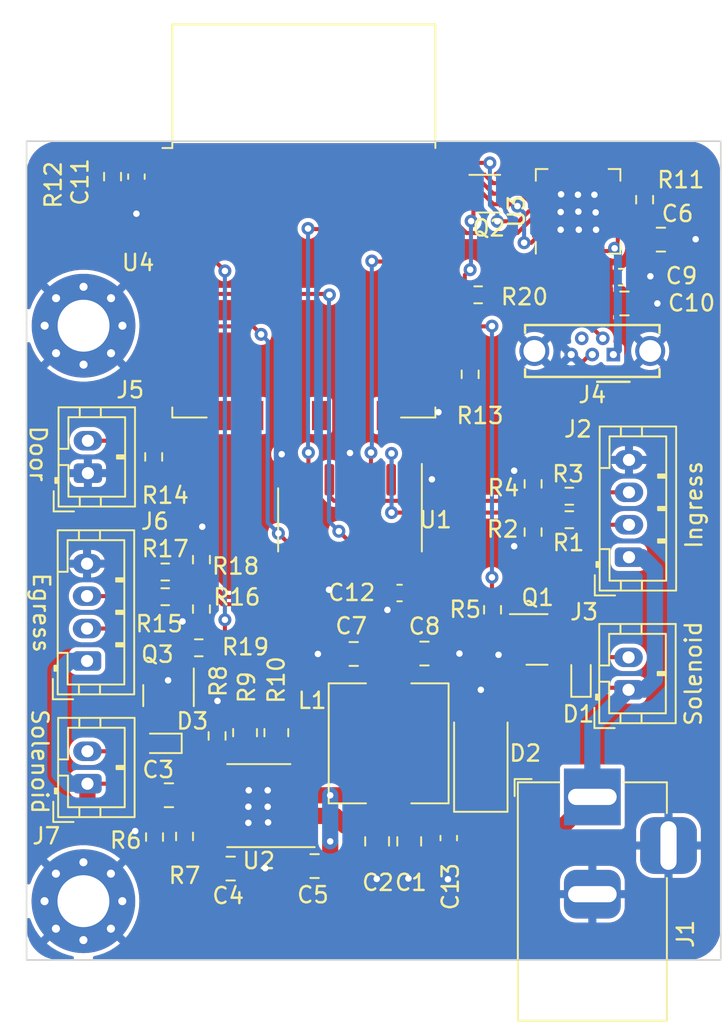
<source format=kicad_pcb>
(kicad_pcb (version 20230913) (generator pcbnew)
  (layers (0 "F.Cu" signal) (31 "B.Cu" signal) (34 "B.Paste" user) (35 "F.Paste" user) (36 "B.SilkS" user "B.Silkscreen") (37 "F.SilkS" user "F.Silkscreen") (38 "B.Mask" user) (39 "F.Mask" user) (44 "Edge.Cuts" user))
  (net 0 "")
  (net 1 "+12V")
  (net 2 "GND")
  (net 3 "Net-(U2-COMP)")
  (net 4 "Net-(C3-Pad2)")
  (net 5 "Net-(U2-SS)")
  (net 6 "Net-(U2-BS)")
  (net 7 "Net-(D2-K)")
  (net 8 "Net-(J4-VBUS)")
  (net 9 "+3V3")
  (net 10 "/RESET")
  (net 11 "Net-(D1-A)")
  (net 12 "Net-(J2-Pin_2)")
  (net 13 "Net-(J2-Pin_3)")
  (net 14 "Net-(J4-D-)")
  (net 15 "Net-(J4-D+)")
  (net 17 "Net-(Q1-G)")
  (net 18 "/RTS")
  (net 19 "/DTR")
  (net 20 "/GPIO0")
  (net 21 "Net-(R1-Pad2)")
  (net 22 "Net-(R3-Pad2)")
  (net 23 "Net-(D3-A)")
  (net 24 "Net-(U2-EN)")
  (net 25 "Net-(U2-FB)")
  (net 26 "Net-(U4-GPIO15)")
  (net 27 "Net-(J6-Pin_2)")
  (net 28 "Net-(J6-Pin_3)")
  (net 29 "Net-(Q3-G)")
  (net 30 "/DOOR_LATCH1")
  (net 31 "Net-(R15-Pad2)")
  (net 32 "Net-(R17-Pad2)")
  (net 33 "/DOOR_LATCH2")
  (net 34 "/DATA1_0")
  (net 50 "/RXD")
  (net 51 "/TXD")
  (net 54 "Net-(J5-Pin_2)")
  (net 61 "/DATA0_0")
  (net 62 "/DATA0_1")
  (net 63 "/DATA1_1")
  (net 64 "Net-(U3-~{RST})")
  (footprint "Capacitor_SMD:C_0603_1608Metric" (layer "F.Cu") (at 133.1976 118.8212 -90)
    (property "Reference" "C13")
    (property "Value" "0.1uF")
  )
  (footprint "Diode_SMD:D_SOD-523" (layer "F.Cu") (at 115.4542 112.9792 180)
    (property "Reference" "D3")
    (property "Value" "1N4148W")
  )
  (footprint "Resistor_SMD:R_0603_1608Metric" (layer "F.Cu") (at 118.8974 112.522 -90)
    (property "Reference" "R8")
    (property "Value" "10k")
  )
  (footprint "Package_DFN_QFN:QFN-28-1EP_5x5mm_P0.5mm_EP3.35x3.35mm" (layer "F.Cu") (at 141.1819 80.1704 90)
    (property "Reference" "U3")
    (property "Value" "CP2102N-A01-GQFN28")
  )
  (footprint "Resistor_SMD:R_0603_1608Metric" (layer "F.Cu") (at 117.7676 107.0864)
    (property "Reference" "R19")
    (property "Value" "1k")
  )
  (footprint "Resistor_SMD:R_0603_1608Metric" (layer "F.Cu") (at 135.0142 85.3186)
    (property "Reference" "R20")
    (property "Value" "10k")
  )
  (footprint "Resistor_SMD:R_0603_1608Metric" (layer "F.Cu") (at 114.9858 95.313 90)
    (property "Reference" "R14")
    (property "Value" "1K")
  )
  (footprint "Package_SO:SOIC-14_3.9x8.7mm_P1.27mm" (layer "F.Cu") (at 127.1016 99.1982 -90)
    (property "Reference" "U1")
    (property "Value" "74LS125")
  )
  (footprint "Resistor_SMD:R_0805_2012Metric" (layer "F.Cu") (at 120.6246 112.3188 -90)
    (property "Reference" "R9")
    (property "Value" "30k1")
  )
  (footprint "Capacitor_SMD:C_0805_2012Metric" (layer "F.Cu") (at 119.73455 120.7008)
    (property "Reference" "C4")
    (property "Value" "0.47uF")
  )
  (footprint "Resistor_SMD:R_0603_1608Metric" (layer "F.Cu") (at 135.9012 104.742 90)
    (property "Reference" "R5")
    (property "Value" "1k")
  )
  (footprint "Connector_JST:JST_PH_B4B-PH-K_1x04_P2.00mm_Vertical" (layer "F.Cu") (at 110.871 107.8992 90)
    (property "Reference" "J6")
    (property "Value" "Egress")
  )
  (footprint "Capacitor_SMD:C_0805_2012Metric" (layer "F.Cu") (at 131.699 107.442)
    (property "Reference" "C8")
    (property "Value" "22uF")
  )
  (footprint "Diode_SMD:D_SOD-523" (layer "F.Cu") (at 141.3622 108.8502 90)
    (property "Reference" "D1")
    (property "Value" "1N4148W")
  )
  (footprint "Capacitor_SMD:C_0805_2012Metric" (layer "F.Cu") (at 130.75815 119.0244 -90)
    (property "Reference" "C1")
    (property "Value" "10uF")
  )
  (footprint "Resistor_SMD:R_0603_1608Metric" (layer "F.Cu") (at 134.5184 90.2208 -90)
    (property "Reference" "R13")
    (property "Value" "1K")
  )
  (footprint "Resistor_SMD:R_0603_1608Metric" (layer "F.Cu") (at 112.4458 78.0288 -90)
    (property "Reference" "R12")
    (property "Value" "10k")
  )
  (footprint "Capacitor_SMD:C_0603_1608Metric" (layer "F.Cu") (at 113.919 78.0288 -90)
    (property "Reference" "C11")
    (property "Value" "1uF")
  )
  (footprint "Capacitor_SMD:C_0805_2012Metric" (layer "F.Cu") (at 115.92455 116.1796 180)
    (property "Reference" "C3")
    (property "Value" "8.2nF")
  )
  (footprint "Capacitor_SMD:C_0805_2012Metric" (layer "F.Cu") (at 146.2938 81.915)
    (property "Reference" "C6")
    (property "Value" "1uF")
  )
  (footprint "Resistor_SMD:R_0603_1608Metric" (layer "F.Cu") (at 140.6398 99.187 180)
    (property "Reference" "R1")
    (property "Value" "1k")
  )
  (footprint "Connector_JST:JST_PH_B2B-PH-K_1x02_P2.00mm_Vertical" (layer "F.Cu") (at 110.9218 96.3168 90)
    (property "Reference" "J5")
    (property "Value" "Door")
  )
  (footprint "Resistor_SMD:R_0603_1608Metric" (layer "F.Cu") (at 116.88975 118.7196 -90)
    (property "Reference" "R7")
    (property "Value" "100k")
  )
  (footprint "Capacitor_SMD:C_0805_2012Metric" (layer "F.Cu") (at 128.77695 119.0244 -90)
    (property "Reference" "C2")
    (property "Value" "10uF")
  )
  (footprint "Inductor_SMD:L_7.3x7.3_H3.5" (layer "F.Cu") (at 129.48815 112.9792 90)
    (property "Reference" "L1")
    (property "Value" "10uH")
  )
  (footprint "RF_Module:ESP-12E" (layer "F.Cu") (at 124.2528 80.7652)
    (property "Reference" "U4")
    (property "Value" "ESP-12E")
  )
  (footprint "Capacitor_SMD:C_0603_1608Metric" (layer "F.Cu") (at 143.8402 84.2264)
    (property "Reference" "C9")
    (property "Value" "0.1uF")
  )
  (footprint "Resistor_SMD:R_0603_1608Metric" (layer "F.Cu") (at 138.4046 99.949 -90)
    (property "Reference" "R2")
    (property "Value" "10k")
  )
  (footprint "Connector_JST:JST_PH_B2B-PH-K_1x02_P2.00mm_Vertical" (layer "F.Cu") (at 144.2974 109.6772 90)
    (property "Reference" "J3")
    (property "Value" "Solenoid")
  )
  (footprint "Capacitor_SMD:C_0805_2012Metric" (layer "F.Cu") (at 124.91615 120.5484)
    (property "Reference" "C5")
    (property "Value" "10nf")
  )
  (footprint "Resistor_SMD:R_0603_1608Metric" (layer "F.Cu") (at 115.697 103.9368)
    (property "Reference" "R15")
    (property "Value" "1k")
  )
  (footprint "Package_TO_SOT_SMD:SOT-23" (layer "F.Cu") (at 115.9002 110.0351 -90)
    (property "Reference" "Q3")
    (property "Value" "AO3400")
  )
  (footprint "Package_TO_SOT_SMD:SOT-363_SC-70-6" (layer "F.Cu") (at 135.6716 79.0806)
    (property "Reference" "Q2")
    (property "Value" "UMH3N")
  )
  (footprint "Package_TO_SOT_SMD:SOT-23" (layer "F.Cu") (at 138.6444 106.5708)
    (property "Reference" "Q1")
    (property "Value" "AO3400")
  )
  (footprint "Resistor_SMD:R_0603_1608Metric" (layer "F.Cu") (at 140.6398 97.7392 180)
    (property "Reference" "R3")
    (property "Value" "1k")
  )
  (footprint "Resistor_SMD:R_0603_1608Metric" (layer "F.Cu") (at 117.9322 101.6508 90)
    (property "Reference" "R18")
    (property "Value" "10k")
  )
  (footprint "Capacitor_SMD:C_0805_2012Metric" (layer "F.Cu") (at 127.3302 107.4674 180)
    (property "Reference" "C7")
    (property "Value" "22uF")
  )
  (footprint "Resistor_SMD:R_0603_1608Metric" (layer "F.Cu") (at 117.9322 104.6988 -90)
    (property "Reference" "R16")
    (property "Value" "10k")
  )
  (footprint "Resistor_SMD:R_0603_1608Metric" (layer "F.Cu") (at 115.697 102.4128)
    (property "Reference" "R17")
    (property "Value" "1k")
  )
  (footprint "Resistor_SMD:R_0805_2012Metric" (layer "F.Cu") (at 122.555 112.3188 -90)
    (property "Reference" "R10")
    (property "Value" "180k")
  )
  (footprint "Connector_JST:JST_PH_B2B-PH-K_1x02_P2.00mm_Vertical" (layer "F.Cu") (at 110.8964 115.4684 90)
    (property "Reference" "J7")
    (property "Value" "Solenoid")
  )
  (footprint "Diode_SMD:D_SMA" (layer "F.Cu") (at 135.17775 113.6904 90)
    (property "Reference" "D2")
    (property "Value" "B140-E3")
  )
  (footprint "Package_SO:HSOP-8-1EP_3.9x4.9mm_P1.27mm_EP2.41x3.1mm" (layer "F.Cu") (at 121.47195 116.8192 180)
    (property "Reference" "U2")
    (property "Value" "MP2307DN-LF-Z")
  )
  (footprint "Resistor_SMD:R_0603_1608Metric" (layer "F.Cu") (at 145.288 79.4512 90)
    (property "Reference" "R11")
    (property "Value" "10k")
  )
  (footprint "Resistor_SMD:R_0603_1608Metric" (layer "F.Cu") (at 115.0366 118.7582 -90)
    (property "Reference" "R6")
    (property "Value" "4k02")
  )
  (footprint "MountingHole:MountingHole_3.2mm_M3_Pad_Via" (layer "F.Cu") (at 110.647144 122.712144)
    (property "Reference" "H2" hide)
    (property "Value" "MountingHole")
  )
  (footprint "Connector_JST:JST_PH_B4B-PH-K_1x04_P2.00mm_Vertical" (layer "F.Cu") (at 144.3228 101.4984 90)
    (property "Reference" "J2")
    (property "Value" "Ingress")
  )
  (footprint "Capacitor_SMD:C_0805_2012Metric" (layer "F.Cu") (at 144.0434 85.852)
    (property "Reference" "C10")
    (property "Value" "10uF")
  )
  (footprint "Capacitor_SMD:C_0603_1608Metric" (layer "F.Cu") (at 130.1626 103.7082 180)
    (property "Reference" "C12")
    (property "Value" "0.1uF")
  )
  (footprint "Connector_USB:USB_Micro-B_Wuerth_614105150721_Vertical_CircularHoles" (layer "F.Cu") (at 143.3576 89.0016 180)
    (property "Reference" "J4")
    (property "Value" "USB_B_Micro")
  )
  (footprint "Connector_BarrelJack:BarrelJack_Horizontal" (layer "F.Cu") (at 142.0622 116.2812 90)
    (property "Reference" "J1")
    (property "Value" "Barrel_Jack_Switch")
  )
  (footprint "Resistor_SMD:R_0603_1608Metric" (layer "F.Cu") (at 138.4046 96.9772 90)
    (property "Reference" "R4")
    (property "Value" "10k")
  )
  (footprint "MountingHole:MountingHole_3.2mm_M3_Pad_Via" (layer "F.Cu") (at 110.6554 87.2236)
    (property "Reference" "H1" hide)
    (property "Value" "MountingHole")
  )
  (gr_rect (start 107.1372 75.8444) (end 149.987 126.3396) (stroke (width 0.1)) (fill none) (layer "Edge.Cuts"))
  (segment (start 113.7412 114.3) (end 115.443 114.3) (width 0.25) (layer "F.Cu") (net 1))
  (segment (start 141.3622 109.5502) (end 144.1958 109.5502) (width 0.25) (layer "F.Cu") (net 1))
  (segment (start 127.4064 118.0592) (end 140.2842 118.0592) (width 1) (layer "F.Cu") (net 1))
  (segment (start 126.79575 118.0592) (end 127.4064 118.0592) (width 1) (layer "F.Cu") (net 1))
  (segment (start 116.1542 113.5888) (end 116.1542 112.9792) (width 0.25) (layer "F.Cu") (net 1))
  (segment (start 116.88975 119.5446) (end 116.8908 119.54565) (width 1) (layer "F.Cu") (net 1))
  (segment (start 112.5728 115.4684) (end 113.7412 114.3) (width 0.25) (layer "F.Cu") (net 1))
  (segment (start 124.12195 117.4542) (end 126.19075 117.4542) (width 1) (layer "F.Cu") (net 1))
  (segment (start 116.8908 122.4358) (end 117.94 122.4358) (width 1) (layer "F.Cu") (net 1))
  (segment (start 126.5604 122.4358) (end 127.35195 121.64425) (width 1) (layer "F.Cu") (net 1))
  (segment (start 110.8964 117.3226) (end 110.8964 115.4684) (width 1) (layer "F.Cu") (net 1))
  (segment (start 127.35195 121.64425) (end 127.35195 118.11365) (width 1) (layer "F.Cu") (net 1))
  (segment (start 116.0096 122.4358) (end 110.8964 117.3226) (width 1) (layer "F.Cu") (net 1))
  (segment (start 140.2842 118.0592) (end 142.0622 116.2812) (width 1) (layer "F.Cu") (net 1))
  (segment (start 116.8908 119.54565) (end 116.8908 122.4358) (width 1) (layer "F.Cu") (net 1))
  (segment (start 117.94 122.4358) (end 126.5604 122.4358) (width 1) (layer "F.Cu") (net 1))
  (segment (start 126.19075 117.4542) (end 126.79575 118.0592) (width 1) (layer "F.Cu") (net 1))
  (segment (start 115.443 114.3) (end 116.1542 113.5888) (width 0.25) (layer "F.Cu") (net 1))
  (segment (start 127.35195 118.11365) (end 127.4064 118.0592) (width 1) (layer "F.Cu") (net 1))
  (segment (start 117.94 122.4358) (end 116.0096 122.4358) (width 1) (layer "F.Cu") (net 1))
  (segment (start 110.8964 115.4684) (end 112.5728 115.4684) (width 0.25) (layer "F.Cu") (net 1))
  (segment (start 142.0622 111.9094) (end 142.0622 116.2812) (width 1) (layer "B.Cu") (net 1))
  (segment (start 145.923 102.2858) (end 145.923 109.0168) (width 1) (layer "B.Cu") (net 1))
  (segment (start 145.2768 109.663) (end 144.3086 109.663) (width 1) (layer "B.Cu") (net 1))
  (segment (start 110.871 107.8992) (end 109.8042 107.8992) (width 1) (layer "B.Cu") (net 1))
  (segment (start 109.1692 114.8588) (end 109.7788 115.4684) (width 1) (layer "B.Cu") (net 1))
  (segment (start 144.3086 109.663) (end 142.0622 111.9094) (width 1) (layer "B.Cu") (net 1))
  (segment (start 144.3228 101.4984) (end 145.1356 101.4984) (width 1) (layer "B.Cu") (net 1))
  (segment (start 145.1356 101.4984) (end 145.923 102.2858) (width 1) (layer "B.Cu") (net 1))
  (segment (start 109.7788 115.4684) (end 110.4138 115.4684) (width 1) (layer "B.Cu") (net 1))
  (segment (start 110.8964 115.4684) (end 110.4138 115.4684) (width 0.25) (layer "B.Cu") (net 1))
  (segment (start 109.8042 107.8992) (end 109.1692 108.5342) (width 1) (layer "B.Cu") (net 1))
  (segment (start 109.1692 108.5342) (end 109.1692 114.8588) (width 1) (layer "B.Cu") (net 1))
  (segment (start 145.923 109.0168) (end 145.2768 109.663) (width 1) (layer "B.Cu") (net 1))
  (segment (start 117.983 99.6188) (end 117.983 100.775) (width 0.25) (layer "F.Cu") (net 2))
  (segment (start 132.5626 92.5576) (end 131.8528 91.8478) (width 0.25) (layer "F.Cu") (net 2))
  (segment (start 146.0754 85.852) (end 144.9934 85.852) (width 0.25) (layer "F.Cu") (net 2))
  (segment (start 125.1204 107.4674) (end 126.3802 107.4674) (width 0.25) (layer "F.Cu") (net 2))
  (segment (start 133.1468 119.647) (end 133.1976 119.5962) (width 0.25) (layer "F.Cu") (net 2))
  (segment (start 137.7069 107.5208) (end 136.2736 107.5208) (width 0.25) (layer "F.Cu") (net 2))
  (segment (start 118.8974 110.3884) (end 118.9228 110.363) (width 0.25) (layer "F.Cu") (net 2))
  (segment (start 129.3876 102.8954) (end 129.3876 103.7082) (width 0.25) (layer "F.Cu") (net 2))
  (segment (start 140.6819 82.6204) (end 140.6819 80.6704) (width 0.25) (layer "F.Cu") (net 2))
  (segment (start 133.858 107.442) (end 132.649 107.442) (width 0.25) (layer "F.Cu") (net 2))
  (segment (start 129.6416 101.6732) (end 129.6416 102.6414) (width 0.25) (layer "F.Cu") (net 2))
  (segment (start 133.1468 121.3612) (end 133.1468 119.647) (width 0.25) (layer "F.Cu") (net 2))
  (segment (start 123.2916 95.5548) (end 123.2916 96.7232) (width 0.25) (layer "F.Cu") (net 2))
  (segment (start 130.9116 96.7232) (end 132.1308 96.7232) (width 0.25) (layer "F.Cu") (net 2))
  (segment (start 128.77695 121.31145) (end 128.7526 121.3358) (width 0.25) (layer "F.Cu") (net 2))
  (segment (start 137.2362 96.1644) (end 138.3924 96.1644) (width 0.25) (layer "F.Cu") (net 2))
  (segment (start 137.2362 100.8232) (end 137.2854 100.774) (width 0.25) (layer "F.Cu") (net 2))
  (segment (start 128.77695 119.9744) (end 128.77695 121.31145) (width 0.25) (layer "F.Cu") (net 2))
  (segment (start 131.8528 91.8478) (end 131.8528 91.2652) (width 0.25) (layer "F.Cu") (net 2))
  (segment (start 141.1986 80.1878) (end 141.1986 80.1537) (width 0.25) (layer "F.Cu") (net 2))
  (segment (start 113.8428 118.3894) (end 115.0366 119.5832) (width 0.25) (layer "F.Cu") (net 2))
  (segment (start 113.919 78.8038) (end 113.919 80.3148) (width 0.25) (layer "F.Cu") (net 2))
  (segment (start 117.983 100.775) (end 117.9322 100.8258) (width 0.25) (layer "F.Cu") (net 2))
  (segment (start 125.8316 101.6732) (end 125.8316 103.4796) (width 0.25) (layer "F.Cu") (net 2))
  (segment (start 114.9502 109.0976) (end 115.8702 109.0976) (width 0.25) (layer "F.Cu") (net 2))
  (segment (start 121.8438 120.7008) (end 121.8692 120.6754) (width 0.25) (layer "F.Cu") (net 2))
  (segment (start 148.4122 81.915) (end 148.4376 81.8896) (width 0.25) (layer "F.Cu") (net 2))
  (segment (start 132.1308 96.7232) (end 132.1562 96.6978) (width 0.25) (layer "F.Cu") (net 2))
  (segment (start 144.666 84.1756) (end 144.6152 84.2264) (width 0.25) (layer "F.Cu") (net 2))
  (segment (start 118.8974 111.697) (end 118.8974 110.3884) (width 0.25) (layer "F.Cu") (net 2))
  (segment (start 125.8316 103.4796) (end 125.8062 103.505) (width 0.25) (layer "F.Cu") (net 2))
  (segment (start 120.68455 120.7008) (end 120.51695 120.5332) (width 0.25) (layer "F.Cu") (net 2))
  (segment (start 127.1016 96.7232) (end 127.1016 95.0722) (width 0.25) (layer "F.Cu") (net 2))
  (segment (start 130.75815 121.26065) (end 130.7084 121.3104) (width 0.25) (layer "F.Cu") (net 2))
  (segment (start 123.03195 114.9142) (end 122.42695 115.5192) (width 0.25) (layer "F.Cu") (net 2))
  (segment (start 116.7638 105.4608) (end 116.8268 105.5238) (width 0.25) (layer "F.Cu") (net 2))
  (segment (start 130.75815 119.9744) (end 130.75815 121.26065) (width 0.25) (layer "F.Cu") (net 2))
  (segment (start 145.6436 84.1756) (end 144.666 84.1756) (width 0.25) (layer "F.Cu") (net 2))
  (segment (start 137.2854 100.774) (end 138.4046 100.774) (width 0.25) (layer "F.Cu") (net 2))
  (segment (start 141.1986 80.1537) (end 141.1819 80.1704) (width 0.25) (layer "F.Cu") (net 2))
  (segment (start 124.12195 114.9142) (end 123.03195 114.9142) (width 0.25) (layer "F.Cu") (net 2))
  (segment (start 147.2438 81.915) (end 148.4122 81.915) (width 0.25) (layer "F.Cu") (net 2))
  (segment (start 134.299 91.2652) (end 131.8528 91.2652) (width 0.25) (layer "F.Cu") (net 2))
  (segment (start 140.6819 80.6704) (end 141.1645 80.1878) (width 0.25) (layer "F.Cu") (net 2))
  (segment (start 129.3876 104.7242) (end 129.413 104.7496) (width 0.25) (layer "F.Cu") (net 2))
  (segment (start 120.68455 120.7008) (end 121.8438 120.7008) (width 0.25) (layer "F.Cu") (net 2))
  (segment (start 134.5184 91.0458) (end 134.299 91.2652) (width 0.25) (layer "F.Cu") (net 2))
  (segment (start 122.8852 95.1484) (end 123.2916 95.5548) (width 0.25) (layer "F.Cu") (net 2))
  (segment (start 115.8702 109.0976) (end 115.8748 109.093) (width 0.25) (layer "F.Cu") (net 2))
  (segment (start 136.2736 107.5208) (end 136.271 107.5182) (width 0.25) (layer "F.Cu") (net 2))
  (segment (start 129.3876 103.7082) (end 129.3876 104.7242) (width 0.25) (layer "F.Cu") (net 2))
  (segment (start 116.8268 105.5238) (end 117.9322 105.5238) (width 0.25) (layer "F.Cu") (net 2))
  (segment (start 138.3924 96.1644) (end 138.4046 96.1522) (width 0.25) (layer "F.Cu") (net 2))
  (segment (start 141.1645 80.1878) (end 141.1986 80.1878) (width 0.25) (layer "F.Cu") (net 2))
  (segment (start 129.6416 102.6414) (end 129.3876 102.8954) (width 0.25) (layer "F.Cu") (net 2))
  (segment (start 135.17775 111.6904) (end 135.17775 109.6772) (width 1) (layer "F.Cu") (net 2))
  (via (at 141.224 81.3054) (size 0.8) (drill 0.4) (layers "F.Cu" "B.Cu") (net 2))
  (via (at 133.858 107.442) (size 0.8) (drill 0.4) (layers "F.Cu" "B.Cu") (net 2))
  (via (at 128.7526 121.3358) (size 0.8) (drill 0.4) (layers "F.Cu" "B.Cu") (net 2))
  (via (at 142.1892 79.1464) (size 0.8) (drill 0.4) (layers "F.Cu" "B.Cu") (net 2))
  (via (at 118.9228 110.363) (size 0.8) (drill 0.4) (layers "F.Cu" "B.Cu") (net 2))
  (via (at 148.4376 81.8896) (size 0.8) (drill 0.4) (layers "F.Cu" "B.Cu") (net 2))
  (via (at 136.271 107.5182) (size 0.8) (drill 0.4) (layers "F.Cu" "B.Cu") (net 2))
  (via (at 140.1318 79.121) (size 0.8) (drill 0.4) (layers "F.Cu" "B.Cu") (net 2))
  (via (at 145.6436 84.1756) (size 0.8) (drill 0.4) (layers "F.Cu" "B.Cu") (net 2))
  (via (at 142.2908 81.3054) (size 0.8) (drill 0.4) (layers "F.Cu" "B.Cu") (net 2))
  (via (at 121.8692 120.6754) (size 0.8) (drill 0.4) (layers "F.Cu" "B.Cu") (net 2))
  (via (at 122.0216 116.8908) (size 0.8) (drill 0.4) (layers "F.Cu" "B.Cu") (net 2))
  (via (at 117.983 99.6188) (size 0.8) (drill 0.4) (layers "F.Cu" "B.Cu") (net 2))
  (via (at 120.8532 115.8748) (size 0.8) (drill 0.4) (layers "F.Cu" "B.Cu") (net 2))
  (via (at 125.1204 107.4674) (size 0.8) (drill 0.4) (layers "F.Cu" "B.Cu") (net 2))
  (via (at 132.5626 92.5576) (size 0.8) (drill 0.4) (layers "F.Cu" "B.Cu") (net 2))
  (via (at 122.0216 115.8748) (size 0.8) (drill 0.4) (layers "F.Cu" "B.Cu") (net 2))
  (via (at 140.1064 81.3054) (size 0.8) (drill 0.4) (layers "F.Cu" "B.Cu") (net 2))
  (via (at 120.8278 116.8908) (size 0.8) (drill 0.4) (layers "F.Cu" "B.Cu") (net 2))
  (via (at 140.1064 80.2132) (size 0.8) (drill 0.4) (layers "F.Cu" "B.Cu") (net 2))
  (via (at 133.1468 121.3612) (size 0.8) (drill 0.4) (layers "F.Cu" "B.Cu") (net 2))
  (via (at 130.7084 121.3104) (size 0.8) (drill 0.4) (layers "F.Cu" "B.Cu") (net 2))
  (via (at 141.1986 80.1878) (size 0.8) (drill 0.4) (layers "F.Cu" "B.Cu") (net 2))
  (via (at 129.413 104.7496) (size 0.8) (drill 0.4) (layers "F.Cu" "B.Cu") (net 2))
  (via (at 125.8062 103.505) (size 0.8) (drill 0.4) (layers "F.Cu" "B.Cu") (net 2))
  (via (at 132.1562 96.6978) (size 0.8) (drill 0.4) (layers "F.Cu" "B.Cu") (net 2))
  (via (at 115.8748 109.093) (size 0.8) (drill 0.4) (layers "F.Cu" "B.Cu") (net 2))
  (via (at 141.1732 79.1464) (size 0.8) (drill 0.4) (layers "F.Cu" "B.Cu") (net 2))
  (via (at 113.919 80.3148) (size 0.8) (drill 0.4) (layers "F.Cu" "B.Cu") (net 2))
  (via (at 137.2362 100.8232) (size 0.8) (drill 0.4) (layers "F.Cu" "B.Cu") (net 2))
  (via (at 122.047 117.856) (size 0.8) (drill 0.4) (layers "F.Cu" "B.Cu") (net 2))
  (via (at 120.8278 117.8814) (size 0.8) (drill 0.4) (layers "F.Cu" "B.Cu") (net 2))
  (via (at 137.2362 96.1644) (size 0.8) (drill 0.4) (layers "F.Cu" "B.Cu") (net 2))
  (via (at 142.2654 80.2386) (size 0.8) (drill 0.4) (layers "F.Cu" "B.Cu") (net 2))
  (via (at 113.8428 118.3894) (size 0.8) (drill 0.4) (layers "F.Cu" "B.Cu") (net 2))
  (via (at 146.0754 85.852) (size 0.8) (drill 0.4) (layers "F.Cu" "B.Cu") (net 2))
  (via (at 116.7638 105.4608) (size 0.8) (drill 0.4) (layers "F.Cu" "B.Cu") (net 2))
  (via (at 127.1016 95.0722) (size 0.8) (drill 0.4) (layers "F.Cu" "B.Cu") (net 2))
  (via (at 135.17775 109.6772) (size 0.8) (drill 0.4) (layers "F.Cu" "B.Cu") (net 2))
  (via (at 122.8852 95.1484) (size 0.8) (drill 0.4) (layers "F.Cu" "B.Cu") (net 2))
  (segment (start 116.87455 116.1796) (end 118.81735 116.1796) (width 0.25) (layer "F.Cu") (net 3))
  (segment (start 118.81735 116.1796) (end 118.82195 116.1842) (width 0.25) (layer "F.Cu") (net 3))
  (segment (start 115.0366 117.9332) (end 114.97455 117.87115) (width 0.25) (layer "F.Cu") (net 4))
  (segment (start 114.97455 117.87115) (end 114.97455 116.1796) (width 0.25) (layer "F.Cu") (net 4))
  (segment (start 118.82195 120.6634) (end 118.78455 120.7008) (width 0.25) (layer "F.Cu") (net 5))
  (segment (start 118.82195 118.7242) (end 118.82195 120.6634) (width 0.25) (layer "F.Cu") (net 5))
  (segment (start 124.12195 120.3926) (end 123.96615 120.5484) (width 0.25) (layer "F.Cu") (net 6))
  (segment (start 124.12195 118.7242) (end 124.12195 120.3926) (width 0.25) (layer "F.Cu") (net 6))
  (segment (start 125.86615 120.5484) (end 125.88135 120.5332) (width 1) (layer "F.Cu") (net 7))
  (segment (start 132.97455 115.6904) (end 135.17775 115.6904) (width 1) (layer "F.Cu") (net 7))
  (segment (start 124.12195 116.1842) (end 125.88135 116.1842) (width 1) (layer "F.Cu") (net 7))
  (segment (start 125.88135 120.5332) (end 125.88135 119.0244) (width 1) (layer "F.Cu") (net 7))
  (segment (start 132.48575 116.1792) (end 132.97455 115.6904) (width 1) (layer "F.Cu") (net 7))
  (segment (start 129.48315 116.1842) (end 129.48815 116.1792) (width 1) (layer "F.Cu") (net 7))
  (segment (start 129.48815 116.1792) (end 132.48575 116.1792) (width 1) (layer "F.Cu") (net 7))
  (segment (start 125.88135 116.1842) (end 129.48315 116.1842) (width 1) (layer "F.Cu") (net 7))
  (via (at 125.88135 119.0244) (size 0.8) (drill 0.4) (layers "F.Cu" "B.Cu") (net 7))
  (via (at 125.88135 116.1842) (size 0.8) (drill 0.4) (layers "F.Cu" "B.Cu") (net 7))
  (segment (start 125.88135 119.0244) (end 125.88135 116.1842) (width 1) (layer "B.Cu") (net 7))
  (segment (start 143.4338 82.4484) (end 143.2618 82.6204) (width 0.25) (layer "F.Cu") (net 8))
  (segment (start 143.6319 82.2503) (end 143.6319 81.6704) (width 0.25) (layer "F.Cu") (net 8))
  (segment (start 145.5666 81.6704) (end 145.6842 81.788) (width 0.25) (layer "F.Cu") (net 8))
  (segment (start 143.6319 81.6704) (end 145.5666 81.6704) (width 0.25) (layer "F.Cu") (net 8))
  (segment (start 143.4338 82.4484) (end 143.6319 82.2503) (width 0.25) (layer "F.Cu") (net 8))
  (segment (start 143.2618 82.6204) (end 142.6819 82.6204) (width 0.25) (layer "F.Cu") (net 8))
  (via (at 143.4338 82.4484) (size 0.8) (drill 0.4) (layers "F.Cu" "B.Cu") (net 8))
  (segment (start 143.4338 82.4484) (end 143.637 82.6516) (width 0.5) (layer "B.Cu") (net 8))
  (segment (start 143.637 82.6516) (end 143.637 88.7222) (width 0.5) (layer "B.Cu") (net 8))
  (segment (start 143.637 88.7222) (end 143.3576 89.0016) (width 0.5) (layer "B.Cu") (net 8))
  (segment (start 130.9116 101.6732) (end 130.9116 103.6822) (width 0.25) (layer "F.Cu") (net 9))
  (segment (start 130.9116 103.6822) (end 130.9376 103.7082) (width 0.25) (layer "F.Cu") (net 9))
  (segment (start 113.919 77.2538) (end 113.9304 77.2652) (width 0.25) (layer "F.Cu") (net 10))
  (segment (start 133.7198 78.2574) (end 134.0716 77.9056) (width 0.25) (layer "F.Cu") (net 10))
  (segment (start 112.4458 77.2038) (end 113.869 77.2038) (width 0.25) (layer "F.Cu") (net 10))
  (segment (start 134.0716 77.9056) (end 135.407996 77.9056) (width 0.25) (layer "F.Cu") (net 10))
  (segment (start 135.932996 78.4306) (end 136.6216 78.4306) (width 0.25) (layer "F.Cu") (net 10))
  (segment (start 113.9304 77.2652) (end 116.6528 77.2652) (width 0.25) (layer "F.Cu") (net 10))
  (segment (start 116.6528 77.2652) (end 118.7974 77.2652) (width 0.25) (layer "F.Cu") (net 10))
  (segment (start 113.869 77.2038) (end 113.919 77.2538) (width 0.25) (layer "F.Cu") (net 10))
  (segment (start 119.7896 78.2574) (end 133.7198 78.2574) (width 0.25) (layer "F.Cu") (net 10))
  (segment (start 118.7974 77.2652) (end 119.7896 78.2574) (width 0.25) (layer "F.Cu") (net 10))
  (segment (start 116.6244 77.2368) (end 116.6528 77.2652) (width 0.25) (layer "F.Cu") (net 10))
  (segment (start 135.407996 77.9056) (end 135.932996 78.4306) (width 0.25) (layer "F.Cu") (net 10))
  (segment (start 141.3622 107.1296) (end 140.8034 106.5708) (width 0.25) (layer "F.Cu") (net 11))
  (segment (start 141.3622 108.1502) (end 142.367 108.1502) (width 0.25) (layer "F.Cu") (net 11))
  (segment (start 140.8034 106.5708) (end 139.5819 106.5708) (width 0.25) (layer "F.Cu") (net 11))
  (segment (start 141.3622 108.1502) (end 141.3622 107.1296) (width 0.25) (layer "F.Cu") (net 11))
  (segment (start 142.367 108.1502) (end 142.8542 107.663) (width 0.25) (layer "F.Cu") (net 11))
  (segment (start 142.8542 107.663) (end 144.3086 107.663) (width 0.25) (layer "F.Cu") (net 11))
  (segment (start 142.8562 99.4984) (end 144.3228 99.4984) (width 0.25) (layer "F.Cu") (net 12))
  (segment (start 142.5448 99.187) (end 142.8562 99.4984) (width 0.25) (layer "F.Cu") (net 12))
  (segment (start 141.4648 99.187) (end 142.5448 99.187) (width 0.25) (layer "F.Cu") (net 12))
  (segment (start 142.938 97.4984) (end 144.3228 97.4984) (width 0.25) (layer "F.Cu") (net 13))
  (segment (start 141.4648 97.7392) (end 142.6972 97.7392) (width 0.25) (layer "F.Cu") (net 13))
  (segment (start 142.6972 97.7392) (end 142.938 97.4984) (width 0.25) (layer "F.Cu") (net 13))
  (segment (start 141.6819 82.6204) (end 141.6819 86.9759) (width 0.25) (layer "F.Cu") (net 14))
  (segment (start 141.6819 86.9759) (end 142.7076 88.0016) (width 0.25) (layer "F.Cu") (net 14))
  (segment (start 141.097 89.8144) (end 141.9098 89.0016) (width 0.25) (layer "F.Cu") (net 15))
  (segment (start 140.4112 89.8144) (end 141.097 89.8144) (width 0.25) (layer "F.Cu") (net 15))
  (segment (start 141.9098 89.0016) (end 142.0576 89.0016) (width 0.25) (layer "F.Cu") (net 15))
  (segment (start 139.9618 89.365) (end 140.4112 89.8144) (width 0.25) (layer "F.Cu") (net 15))
  (segment (start 139.9618 88.181) (end 139.9618 89.365) (width 0.25) (layer "F.Cu") (net 15))
  (segment (start 141.1819 86.9609) (end 139.9618 88.181) (width 0.25) (layer "F.Cu") (net 15))
  (segment (start 141.1819 82.6204) (end 141.1819 86.9609) (width 0.25) (layer "F.Cu") (net 15))
  (segment (start 135.9012 105.567) (end 137.6531 105.567) (width 0.25) (layer "F.Cu") (net 17))
  (segment (start 137.6531 105.567) (end 137.7069 105.6208) (width 0.25) (layer "F.Cu") (net 17))
  (segment (start 135.9466 79.0806) (end 136.6216 79.0806) (width 0.25) (layer "F.Cu") (net 18))
  (segment (start 137.7038 79.090308) (end 138.283892 79.6704) (width 0.25) (layer "F.Cu") (net 18))
  (segment (start 134.7216 78.4306) (end 135.2966 78.4306) (width 0.25) (layer "F.Cu") (net 18))
  (segment (start 135.2966 78.4306) (end 135.9466 79.0806) (width 0.25) (layer "F.Cu") (net 18))
  (segment (start 136.6216 79.0806) (end 137.7038 79.0806) (width 0.25) (layer "F.Cu") (net 18))
  (segment (start 137.7038 79.0806) (end 137.7038 79.090308) (width 0.25) (layer "F.Cu") (net 18))
  (segment (start 138.283892 79.6704) (end 138.7319 79.6704) (width 0.25) (layer "F.Cu") (net 18))
  (segment (start 137.437949 79.849056) (end 137.319493 79.7306) (width 0.25) (layer "F.Cu") (net 19))
  (segment (start 134.7216 79.0806) (end 135.310204 79.0806) (width 0.25) (layer "F.Cu") (net 19))
  (segment (start 137.319493 79.7306) (end 136.6216 79.7306) (width 0.25) (layer "F.Cu") (net 19))
  (segment (start 135.310204 79.0806) (end 135.960204 79.7306) (width 0.25) (layer "F.Cu") (net 19))
  (segment (start 138.295357 82.106943) (end 138.7319 81.6704) (width 0.25) (layer "F.Cu") (net 19))
  (segment (start 137.848623 82.106943) (end 138.295357 82.106943) (width 0.25) (layer "F.Cu") (net 19))
  (segment (start 135.960204 79.7306) (end 136.6216 79.7306) (width 0.25) (layer "F.Cu") (net 19))
  (via (at 137.437949 79.849056) (size 0.8) (drill 0.4) (layers "F.Cu" "B.Cu") (net 19))
  (via (at 137.848623 82.106943) (size 0.8) (drill 0.4) (layers "F.Cu" "B.Cu") (net 19))
  (segment (start 137.848623 80.25973) (end 137.437949 79.849056) (width 0.25) (layer "B.Cu") (net 19))
  (segment (start 137.848623 82.106943) (end 137.848623 80.25973) (width 0.25) (layer "B.Cu") (net 19))
  (segment (start 134.1892 84.0984) (end 134.1892 85.1118) (width 0.25) (layer "F.Cu") (net 20))
  (segment (start 134.5184 83.7692) (end 134.1892 84.0984) (width 0.25) (layer "F.Cu") (net 20))
  (segment (start 131.9062 85.3186) (end 131.8528 85.2652) (width 0.25) (layer "F.Cu") (net 20))
  (segment (start 134.1892 85.1118) (end 134.0358 85.2652) (width 0.25) (layer "F.Cu") (net 20))
  (segment (start 134.1892 85.3186) (end 131.9062 85.3186) (width 0.25) (layer "F.Cu") (net 20))
  (segment (start 134.7216 80.6317) (end 134.7216 79.7306) (width 0.25) (layer "F.Cu") (net 20))
  (segment (start 134.579549 80.773751) (end 134.7216 80.6317) (width 0.25) (layer "F.Cu") (net 20))
  (via (at 134.579549 80.773751) (size 0.8) (drill 0.4) (layers "F.Cu" "B.Cu") (net 20))
  (via (at 134.5184 83.7692) (size 0.8) (drill 0.4) (layers "F.Cu" "B.Cu") (net 20))
  (segment (start 134.5692 83.7184) (end 134.5184 83.7692) (width 0.25) (layer "B.Cu") (net 20))
  (segment (start 134.579549 80.773751) (end 134.5692 80.7841) (width 0.25) (layer "B.Cu") (net 20))
  (segment (start 134.5692 80.7841) (end 134.5692 83.7184) (width 0.25) (layer "B.Cu") (net 20))
  (segment (start 139.8148 99.187) (end 138.4676 99.187) (width 0.25) (layer "F.Cu") (net 21))
  (segment (start 137.732 99.124) (end 138.4046 99.124) (width 0.25) (layer "F.Cu") (net 21))
  (segment (start 129.667 96.6978) (end 129.6416 96.7232) (width 0.25) (layer "F.Cu") (net 21))
  (segment (start 129.667 98.7477) (end 137.3557 98.7477) (width 0.25) (layer "F.Cu") (net 21))
  (segment (start 129.667 95.0976) (end 129.667 96.6978) (width 0.25) (layer "F.Cu") (net 21))
  (segment (start 138.4676 99.187) (end 138.4046 99.124) (width 0.25) (layer "F.Cu") (net 21))
  (segment (start 137.3557 98.7477) (end 137.732 99.124) (width 0.25) (layer "F.Cu") (net 21))
  (via (at 129.667 95.0976) (size 0.8) (drill 0.4) (layers "F.Cu" "B.Cu") (net 21))
  (via (at 129.667 98.7477) (size 0.8) (drill 0.4) (layers "F.Cu" "B.Cu") (net 21))
  (segment (start 129.667 95.0976) (end 129.667 98.7477) (width 0.25) (layer "B.Cu") (net 21))
  (segment (start 137.4948 98.0232) (end 137.7788 97.7392) (width 0.25) (layer "F.Cu") (net 22))
  (segment (start 126.1156 98.0232) (end 137.4948 98.0232) (width 0.25) (layer "F.Cu") (net 22))
  (segment (start 125.8316 96.7232) (end 125.8316 97.7392) (width 0.25) (layer "F.Cu") (net 22))
  (segment (start 137.7788 97.7392) (end 139.8148 97.7392) (width 0.25) (layer "F.Cu") (net 22))
  (segment (start 125.8316 97.7392) (end 126.1156 98.0232) (width 0.25) (layer "F.Cu") (net 22))
  (segment (start 139.6746 97.599) (end 139.8148 97.7392) (width 0.25) (layer "F.Cu") (net 22))
  (segment (start 113.4618 112.9792) (end 114.7542 112.9792) (width 0.25) (layer "F.Cu") (net 23))
  (segment (start 114.7542 112.1186) (end 115.9002 110.9726) (width 0.25) (layer "F.Cu") (net 23))
  (segment (start 112.9726 113.4684) (end 113.4618 112.9792) (width 0.25) (layer "F.Cu") (net 23))
  (segment (start 114.7542 112.9792) (end 114.7542 112.1186) (width 0.25) (layer "F.Cu") (net 23))
  (segment (start 110.8964 113.4684) (end 112.9726 113.4684) (width 0.25) (layer "F.Cu") (net 23))
  (segment (start 117.46075 117.8946) (end 117.90115 117.4542) (width 0.25) (layer "F.Cu") (net 24))
  (segment (start 117.90115 117.4542) (end 118.82195 117.4542) (width 0.25) (layer "F.Cu") (net 24))
  (segment (start 116.88975 117.8946) (end 117.46075 117.8946) (width 0.25) (layer "F.Cu") (net 24))
  (segment (start 118.82195 114.9142) (end 118.82195 114.4542) (width 0.25) (layer "F.Cu") (net 25))
  (segment (start 118.82195 114.4542) (end 118.82195 113.42245) (width 0.25) (layer "F.Cu") (net 25))
  (segment (start 120.6246 113.2313) (end 122.555 113.2313) (width 0.25) (layer "F.Cu") (net 25))
  (segment (start 119.0131 113.2313) (end 120.6246 113.2313) (width 0.25) (layer "F.Cu") (net 25))
  (segment (start 118.8974 113.347) (end 119.0131 113.2313) (width 0.25) (layer "F.Cu") (net 25))
  (segment (start 118.82195 113.42245) (end 118.8974 113.347) (width 0.25) (layer "F.Cu") (net 25))
  (segment (start 131.8528 89.2652) (end 134.3878 89.2652) (width 0.25) (layer "F.Cu") (net 26))
  (segment (start 134.3878 89.2652) (end 134.5184 89.3958) (width 0.25) (layer "F.Cu") (net 26))
  (segment (start 112.9096 105.8992) (end 114.872 103.9368) (width 0.25) (layer "F.Cu") (net 27))
  (segment (start 110.871 105.8992) (end 112.9096 105.8992) (width 0.25) (layer "F.Cu") (net 27))
  (segment (start 113.3856 103.8992) (end 114.872 102.4128) (width 0.25) (layer "F.Cu") (net 28))
  (segment (start 110.871 103.8992) (end 113.3856 103.8992) (width 0.25) (layer "F.Cu") (net 28))
  (segment (start 116.8502 109.0976) (end 116.8502 107.1788) (width 0.25) (layer "F.Cu") (net 29))
  (segment (start 116.8502 107.1788) (end 116.9426 107.0864) (width 0.25) (layer "F.Cu") (net 29))
  (segment (start 135.8646 102.743) (end 135.8646 103.8804) (width 0.25) (layer "F.Cu") (net 30))
  (segment (start 135.8484 87.2652) (end 135.8646 87.249) (width 0.25) (layer "F.Cu") (net 30))
  (segment (start 135.8646 103.8804) (end 135.9012 103.917) (width 0.25) (layer "F.Cu") (net 30))
  (segment (start 131.8528 87.2652) (end 135.8484 87.2652) (width 0.25) (layer "F.Cu") (net 30))
  (via (at 135.8646 102.743) (size 0.8) (drill 0.4) (layers "F.Cu" "B.Cu") (net 30))
  (via (at 135.8646 87.249) (size 0.8) (drill 0.4) (layers "F.Cu" "B.Cu") (net 30))
  (segment (start 135.8646 87.249) (end 135.8646 102.743) (width 0.25) (layer "B.Cu") (net 30))
  (segment (start 128.3716 103.3272) (end 128.3716 101.6732) (width 0.25) (layer "F.Cu") (net 31))
  (segment (start 117.8692 103.9368) (end 117.9322 103.8738) (width 0.25) (layer "F.Cu") (net 31))
  (segment (start 117.9322 103.8738) (end 118.693804 103.8738) (width 0.25) (layer "F.Cu") (net 31))
  (segment (start 119.219004 104.399) (end 127.2998 104.399) (width 0.25) (layer "F.Cu") (net 31))
  (segment (start 127.2998 104.399) (end 128.3716 103.3272) (width 0.25) (layer "F.Cu") (net 31))
  (segment (start 116.522 103.9368) (end 117.8692 103.9368) (width 0.25) (layer "F.Cu") (net 31))
  (segment (start 118.693804 103.8738) (end 119.219004 104.399) (width 0.25) (layer "F.Cu") (net 31))
  (segment (start 117.9322 102.4758) (end 119.4054 103.949) (width 0.25) (layer "F.Cu") (net 32))
  (segment (start 124.5616 103.1748) (end 124.5616 101.6732) (width 0.25) (layer "F.Cu") (net 32))
  (segment (start 119.4054 103.949) (end 123.7874 103.949) (width 0.25) (layer "F.Cu") (net 32))
  (segment (start 123.7874 103.949) (end 124.5616 103.1748) (width 0.25) (layer "F.Cu") (net 32))
  (segment (start 116.522 102.4128) (end 117.8692 102.4128) (width 0.25) (layer "F.Cu") (net 32))
  (segment (start 117.8692 102.4128) (end 117.9322 102.4758) (width 0.25) (layer "F.Cu") (net 32))
  (segment (start 119.38 105.3592) (end 119.38 106.299) (width 0.25) (layer "F.Cu") (net 33))
  (segment (start 118.7998 83.2652) (end 119.38 83.8454) (width 0.25) (layer "F.Cu") (net 33))
  (segment (start 116.6528 83.2652) (end 118.7998 83.2652) (width 0.25) (layer "F.Cu") (net 33))
  (segment (start 119.38 106.299) (end 118.5926 107.0864) (width 0.25) (layer "F.Cu") (net 33))
  (via (at 119.38 83.8454) (size 0.8) (drill 0.4) (layers "F.Cu" "B.Cu") (net 33))
  (via (at 119.38 105.3592) (size 0.8) (drill 0.4) (layers "F.Cu" "B.Cu") (net 33))
  (segment (start 119.38 83.8454) (end 119.38 105.3592) (width 0.25) (layer "B.Cu") (net 33))
  (segment (start 131.8528 83.2652) (end 128.4772 83.2652) (width 0.25) (layer "F.Cu") (net 34))
  (segment (start 128.4772 83.2652) (end 128.4478 83.2358) (width 0.25) (layer "F.Cu") (net 34))
  (segment (start 128.397 96.6978) (end 128.3716 96.7232) (width 0.25) (layer "F.Cu") (net 34))
  (segment (start 128.397 95.0468) (end 128.397 96.6978) (width 0.25) (layer "F.Cu") (net 34))
  (via (at 128.4478 83.2358) (size 0.8) (drill 0.4) (layers "F.Cu" "B.Cu") (net 34))
  (via (at 128.397 95.0468) (size 0.8) (drill 0.4) (layers "F.Cu" "B.Cu") (net 34))
  (segment (start 128.4478 94.996) (end 128.4478 83.2358) (width 0.25) (layer "B.Cu") (net 34))
  (segment (start 128.397 95.0468) (end 128.4478 94.996) (width 0.25) (layer "B.Cu") (net 34))
  (segment (start 137.440106 81.5086) (end 138.278306 80.6704) (width 0.25) (layer "F.Cu") (net 50))
  (segment (start 131.8528 79.2652) (end 133.6212 79.2652) (width 0.25) (layer "F.Cu") (net 50))
  (segment (start 133.6212 79.2652) (end 133.8072 79.4512) (width 0.25) (layer "F.Cu") (net 50))
  (segment (start 138.278306 80.6704) (end 138.7319 80.6704) (width 0.25) (layer "F.Cu") (net 50))
  (segment (start 134.2898 81.5086) (end 137.440106 81.5086) (width 0.25) (layer "F.Cu") (net 50))
  (segment (start 133.8072 79.4512) (end 133.8072 81.026) (width 0.25) (layer "F.Cu") (net 50))
  (segment (start 133.8072 81.026) (end 134.2898 81.5086) (width 0.25) (layer "F.Cu") (net 50))
  (segment (start 138.14191 80.1704) (end 138.7319 80.1704) (width 0.25) (layer "F.Cu") (net 51))
  (segment (start 135.7376 77.1811) (end 134.0707 77.1811) (width 0.25) (layer "F.Cu") (net 51))
  (segment (start 133.9866 77.2652) (end 131.8528 77.2652) (width 0.25) (layer "F.Cu") (net 51))
  (segment (start 134.0707 77.1811) (end 133.9866 77.2652) (width 0.25) (layer "F.Cu") (net 51))
  (segment (start 136.1948 80.7841) (end 137.52821 80.7841) (width 0.25) (layer "F.Cu") (net 51))
  (segment (start 137.52821 80.7841) (end 138.14191 80.1704) (width 0.25) (layer "F.Cu") (net 51))
  (via (at 136.1948 80.7841) (size 0.8) (drill 0.4) (layers "F.Cu" "B.Cu") (net 51))
  (via (at 135.7376 77.1811) (size 0.8) (drill 0.4) (layers "F.Cu" "B.Cu") (net 51))
  (segment (start 136.1948 80.7841) (end 136.1948 80.2386) (width 0.25) (layer "B.Cu") (net 51))
  (segment (start 135.7376 79.7814) (end 135.7376 77.1811) (width 0.25) (layer "B.Cu") (net 51))
  (segment (start 136.1948 80.2386) (end 135.7376 79.7814) (width 0.25) (layer "B.Cu") (net 51))
  (segment (start 113.919 94.5134) (end 113.7224 94.3168) (width 0.25) (layer "F.Cu") (net 54))
  (segment (start 113.7158 90.8304) (end 113.7158 94.3102) (width 0.25) (layer "F.Cu") (net 54))
  (segment (start 113.7224 94.3168) (end 110.9218 94.3168) (width 0.25) (layer "F.Cu") (net 54))
  (segment (start 115.281 89.2652) (end 113.7158 90.8304) (width 0.25) (layer "F.Cu") (net 54))
  (segment (start 113.919 94.5134) (end 114.934 94.5134) (width 0.25) (layer "F.Cu") (net 54))
  (segment (start 116.6528 89.2652) (end 115.281 89.2652) (width 0.25) (layer "F.Cu") (net 54))
  (segment (start 114.934 94.5134) (end 114.9604 94.5398) (width 0.25) (layer "F.Cu") (net 54))
  (segment (start 113.7158 94.3102) (end 113.919 94.5134) (width 0.25) (layer "F.Cu") (net 54))
  (segment (start 124.5468 81.2652) (end 124.5108 81.2292) (width 0.25) (layer "F.Cu") (net 61))
  (segment (start 124.5362 96.6978) (end 124.5616 96.7232) (width 0.25) (layer "F.Cu") (net 61))
  (segment (start 131.8528 81.2652) (end 124.5468 81.2652) (width 0.25) (layer "F.Cu") (net 61))
  (segment (start 124.5362 95.0468) (end 124.5362 96.6978) (width 0.25) (layer "F.Cu") (net 61))
  (via (at 124.5108 81.2292) (size 0.8) (drill 0.4) (layers "F.Cu" "B.Cu") (net 61))
  (via (at 124.5362 95.0468) (size 0.8) (drill 0.4) (layers "F.Cu" "B.Cu") (net 61))
  (segment (start 124.5362 95.0468) (end 124.5108 95.0214) (width 0.25) (layer "B.Cu") (net 61))
  (segment (start 124.5108 95.0214) (end 124.5108 81.2292) (width 0.25) (layer "B.Cu") (net 61))
  (segment (start 121.6152 87.757) (end 121.1234 87.2652) (width 0.25) (layer "F.Cu") (net 62))
  (segment (start 122.682 100.0252) (end 123.2916 100.6348) (width 0.25) (layer "F.Cu") (net 62))
  (segment (start 123.2916 100.6348) (end 123.2916 101.6732) (width 0.25) (layer "F.Cu") (net 62))
  (segment (start 121.1234 87.2652) (end 116.6528 87.2652) (width 0.25) (layer "F.Cu") (net 62))
  (via (at 121.6152 87.757) (size 0.8) (drill 0.4) (layers "F.Cu" "B.Cu") (net 62))
  (via (at 122.682 100.0252) (size 0.8) (drill 0.4) (layers "F.Cu" "B.Cu") (net 62))
  (segment (start 122.682 100.0252) (end 122.0216 99.3648) (width 0.25) (layer "B.Cu") (net 62))
  (segment (start 122.0216 88.1634) (end 121.6152 87.757) (width 0.25) (layer "B.Cu") (net 62))
  (segment (start 122.0216 99.3648) (end 122.0216 88.1634) (width 0.25) (layer "B.Cu") (net 62))
  (segment (start 127.1016 100.584) (end 127.1016 101.6732) (width 0.25) (layer "F.Cu") (net 63))
  (segment (start 125.7782 85.2652) (end 116.6528 85.2652) (width 0.25) (layer "F.Cu") (net 63))
  (segment (start 126.4158 99.8982) (end 127.1016 100.584) (width 0.25) (layer "F.Cu") (net 63))
  (segment (start 125.8316 85.3186) (end 125.7782 85.2652) (width 0.25) (layer "F.Cu") (net 63))
  (via (at 126.4158 99.8982) (size 0.8) (drill 0.4) (layers "F.Cu" "B.Cu") (net 63))
  (via (at 125.8316 85.3186) (size 0.8) (drill 0.4) (layers "F.Cu" "B.Cu") (net 63))
  (segment (start 125.8316 85.3186) (end 125.8062 85.344) (width 0.25) (layer "B.Cu") (net 63))
  (segment (start 125.8062 99.2886) (end 126.4158 99.8982) (width 0.25) (layer "B.Cu") (net 63))
  (segment (start 125.8062 85.344) (end 125.8062 99.2886) (width 0.25) (layer "B.Cu") (net 63))
  (segment (start 144.3938 81.1704) (end 145.288 80.2762) (width 0.25) (layer "F.Cu") (net 64))
  (segment (start 143.6319 81.1704) (end 144.3938 81.1704) (width 0.25) (layer "F.Cu") (net 64))
  (segment (start 145.288 80.2762) (end 145.2626 80.2508) (width 0.25) (layer "F.Cu") (net 64))
  (zone (net 9) (net_name "+3V3") (layer "F.Cu") (connect_pads (clearance 0.25)) (min_thickness 0.25) (fill yes (thermal_gap 0.25) (thermal_bridge_width 0.5) (smoothing fillet) (radius 2))
    (polygon (pts (xy 149.9616 75.8444) (xy 149.987 126.3396) (xy 107.1372 126.3396) (xy 107.1372 75.8444)))
  )
  (zone locked (net 2) (net_name "GND") (layer "B.Cu") (connect_pads (clearance 0.25)) (min_thickness 0.25) (fill yes (thermal_gap 0.25) (thermal_bridge_width 0.5) (smoothing fillet) (radius 2))
    (polygon (pts (xy 149.9616 75.8444) (xy 149.987 126.3396) (xy 107.1372 126.3396) (xy 107.1372 75.8444)))
  )
)
</source>
